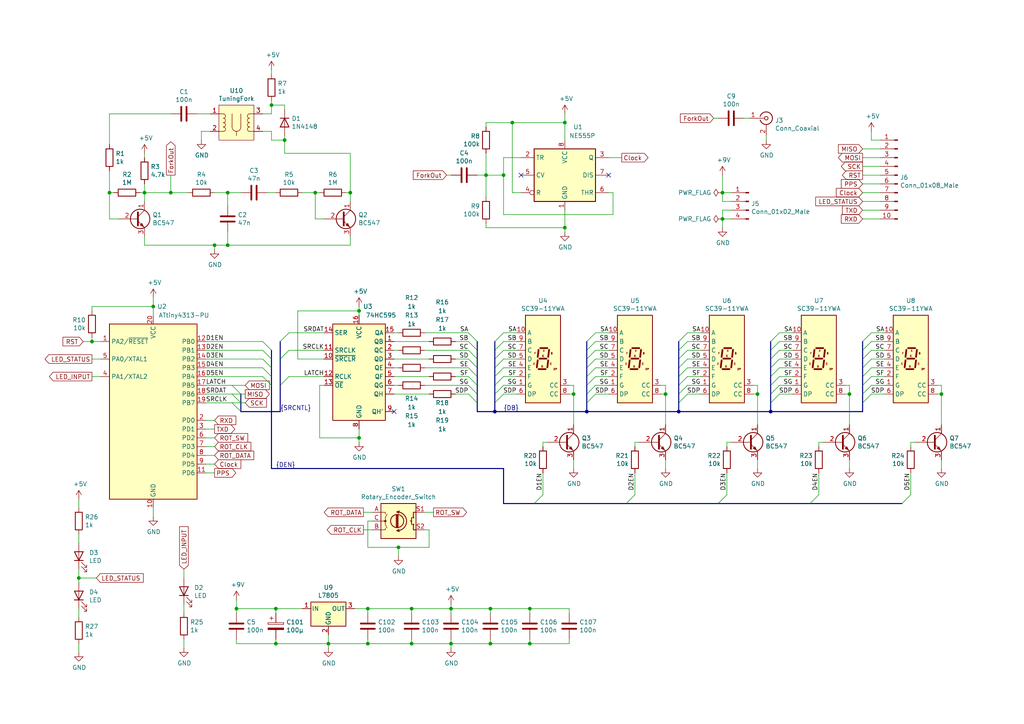
<source format=kicad_sch>
(kicad_sch (version 20211123) (generator eeschema)
  (paper "A4")
  (title_block (title "Tuning Fork Clock") (date "2020-05-23") (rev "r01") (company "Nuclear Lighthouse Studios") (comment 1 "CC BY-SA"))
  (bus_alias "SRCNTL" (members "SRDAT" "SRCLK" "LATCH"))
  (bus_alias "DB" (members "SDP" "SA" "SB" "SC" "SD" "SE" "SF" "SG"))
  (bus_alias "DEN" (members "D1EN" "D2EN" "D3EN" "D4EN" "D5EN"))
  (junction (at 130.81 186.69))
  (junction (at 104.14 90.17))
  (junction (at 106.68 186.69))
  (junction (at 68.58 176.53))
  (junction (at 153.67 186.69))
  (junction (at 66.04 55.88))
  (junction (at 142.24 176.53))
  (junction (at 101.6 55.88))
  (junction (at 78.74 30.48))
  (junction (at 166.37 114.3))
  (junction (at 26.67 99.06))
  (junction (at 119.38 176.53))
  (junction (at 62.23 71.12))
  (junction (at 148.59 35.56))
  (junction (at 106.68 176.53))
  (junction (at 246.38 114.3))
  (junction (at 44.45 88.9))
  (junction (at 143.51 119.38))
  (junction (at 273.05 114.3))
  (junction (at 153.67 176.53))
  (junction (at 22.86 167.64))
  (junction (at 95.25 186.69))
  (junction (at 82.55 40.64))
  (junction (at 130.81 176.53))
  (junction (at 80.01 186.69))
  (junction (at 163.83 66.04))
  (junction (at 119.38 186.69))
  (junction (at 140.97 50.8))
  (junction (at 115.57 158.75))
  (junction (at 91.44 55.88))
  (junction (at 49.53 55.88))
  (junction (at 223.52 119.38))
  (junction (at 104.14 127))
  (junction (at 146.05 50.8))
  (junction (at 41.91 55.88))
  (junction (at 163.83 35.56))
  (junction (at 170.18 119.38))
  (junction (at 193.04 114.3))
  (junction (at 66.04 71.12))
  (junction (at 209.55 63.5))
  (junction (at 80.01 176.53))
  (junction (at 196.85 119.38))
  (junction (at 219.71 114.3))
  (junction (at 31.75 55.88))
  (junction (at 209.55 55.88))
  (junction (at 142.24 186.69))
  (no_connect (at 114.3 119.38))
  (no_connect (at 151.13 50.8))
  (no_connect (at 176.53 50.8))
  (bus_entry (at 138.43 109.22) (size -2.54 -2.54))
  (bus_entry (at 196.85 106.68) (size 2.54 -2.54))
  (bus_entry (at 250.19 116.84) (size 2.54 -2.54))
  (bus_entry (at 138.43 116.84) (size -2.54 -2.54))
  (bus_entry (at 196.85 114.3) (size 2.54 -2.54))
  (bus_entry (at 250.19 104.14) (size 2.54 -2.54))
  (bus_entry (at 170.18 106.68) (size 2.54 -2.54))
  (bus_entry (at 250.19 99.06) (size 2.54 -2.54))
  (bus_entry (at 250.19 111.76) (size 2.54 -2.54))
  (bus_entry (at 250.19 114.3) (size 2.54 -2.54))
  (bus_entry (at 223.52 101.6) (size 2.54 -2.54))
  (bus_entry (at 138.43 101.6) (size -2.54 -2.54))
  (bus_entry (at 210.82 143.51) (size -2.54 2.54))
  (bus_entry (at 138.43 114.3) (size -2.54 -2.54))
  (bus_entry (at 143.51 101.6) (size 2.54 -2.54))
  (bus_entry (at 76.2 101.6) (size 2.54 2.54))
  (bus_entry (at 143.51 116.84) (size 2.54 -2.54))
  (bus_entry (at 143.51 106.68) (size 2.54 -2.54))
  (bus_entry (at 76.2 109.22) (size 2.54 2.54))
  (bus_entry (at 223.52 114.3) (size 2.54 -2.54))
  (bus_entry (at 143.51 109.22) (size 2.54 -2.54))
  (bus_entry (at 170.18 99.06) (size 2.54 -2.54))
  (bus_entry (at 143.51 104.14) (size 2.54 -2.54))
  (bus_entry (at 196.85 101.6) (size 2.54 -2.54))
  (bus_entry (at 196.85 109.22) (size 2.54 -2.54))
  (bus_entry (at 223.52 109.22) (size 2.54 -2.54))
  (bus_entry (at 76.2 104.14) (size 2.54 2.54))
  (bus_entry (at 223.52 106.68) (size 2.54 -2.54))
  (bus_entry (at 264.16 143.51) (size -2.54 2.54))
  (bus_entry (at 157.48 143.51) (size -2.54 2.54))
  (bus_entry (at 170.18 101.6) (size 2.54 -2.54))
  (bus_entry (at 170.18 104.14) (size 2.54 -2.54))
  (bus_entry (at 67.31 114.3) (size 2.54 2.54))
  (bus_entry (at 237.49 143.51) (size -2.54 2.54))
  (bus_entry (at 67.31 116.84) (size 2.54 2.54))
  (bus_entry (at 170.18 109.22) (size 2.54 -2.54))
  (bus_entry (at 250.19 101.6) (size 2.54 -2.54))
  (bus_entry (at 138.43 111.76) (size -2.54 -2.54))
  (bus_entry (at 76.2 99.06) (size 2.54 2.54))
  (bus_entry (at 196.85 99.06) (size 2.54 -2.54))
  (bus_entry (at 196.85 111.76) (size 2.54 -2.54))
  (bus_entry (at 138.43 106.68) (size -2.54 -2.54))
  (bus_entry (at 170.18 116.84) (size 2.54 -2.54))
  (bus_entry (at 250.19 109.22) (size 2.54 -2.54))
  (bus_entry (at 223.52 116.84) (size 2.54 -2.54))
  (bus_entry (at 143.51 99.06) (size 2.54 -2.54))
  (bus_entry (at 67.31 111.76) (size 2.54 2.54))
  (bus_entry (at 81.28 111.76) (size 2.54 -2.54))
  (bus_entry (at 196.85 104.14) (size 2.54 -2.54))
  (bus_entry (at 138.43 104.14) (size -2.54 -2.54))
  (bus_entry (at 223.52 99.06) (size 2.54 -2.54))
  (bus_entry (at 76.2 106.68) (size 2.54 2.54))
  (bus_entry (at 143.51 111.76) (size 2.54 -2.54))
  (bus_entry (at 184.15 143.51) (size -2.54 2.54))
  (bus_entry (at 170.18 114.3) (size 2.54 -2.54))
  (bus_entry (at 223.52 111.76) (size 2.54 -2.54))
  (bus_entry (at 196.85 116.84) (size 2.54 -2.54))
  (bus_entry (at 81.28 104.14) (size 2.54 -2.54))
  (bus_entry (at 223.52 104.14) (size 2.54 -2.54))
  (bus_entry (at 170.18 111.76) (size 2.54 -2.54))
  (bus_entry (at 138.43 99.06) (size -2.54 -2.54))
  (bus_entry (at 81.28 99.06) (size 2.54 -2.54))
  (bus_entry (at 250.19 106.68) (size 2.54 -2.54))
  (bus_entry (at 143.51 114.3) (size 2.54 -2.54))
  (wire (pts (xy 22.86 167.64) (xy 22.86 165.1)))
  (wire (pts (xy 172.72 109.22) (xy 176.53 109.22)))
  (bus (pts (xy 143.51 101.6) (xy 143.51 104.14)))
  (bus (pts (xy 138.43 99.06) (xy 138.43 101.6)))
  (bus (pts (xy 196.85 111.76) (xy 196.85 114.3)))
  (wire (pts (xy 77.47 55.88) (xy 80.01 55.88)))
  (bus (pts (xy 196.85 104.14) (xy 196.85 106.68)))
  (wire (pts (xy 218.44 111.76) (xy 219.71 111.76)))
  (wire (pts (xy 62.23 129.54) (xy 59.69 129.54)))
  (bus (pts (xy 154.94 146.05) (xy 181.61 146.05)))
  (wire (pts (xy 199.39 104.14) (xy 203.2 104.14)))
  (wire (pts (xy 106.68 186.69) (xy 119.38 186.69)))
  (wire (pts (xy 250.19 48.26) (xy 255.27 48.26)))
  (wire (pts (xy 80.01 176.53) (xy 68.58 176.53)))
  (wire (pts (xy 140.97 50.8) (xy 140.97 57.15)))
  (wire (pts (xy 59.69 101.6) (xy 76.2 101.6)))
  (wire (pts (xy 250.19 45.72) (xy 255.27 45.72)))
  (wire (pts (xy 106.68 176.53) (xy 106.68 177.8)))
  (wire (pts (xy 163.83 40.64) (xy 163.83 35.56)))
  (bus (pts (xy 223.52 99.06) (xy 223.52 101.6)))
  (wire (pts (xy 172.72 104.14) (xy 176.53 104.14)))
  (wire (pts (xy 76.2 38.1) (xy 78.74 38.1)))
  (wire (pts (xy 219.71 133.35) (xy 219.71 135.89)))
  (wire (pts (xy 209.55 63.5) (xy 209.55 60.96)))
  (wire (pts (xy 219.71 111.76) (xy 219.71 114.3)))
  (wire (pts (xy 123.19 106.68) (xy 135.89 106.68)))
  (wire (pts (xy 69.85 114.3) (xy 71.12 114.3)))
  (wire (pts (xy 219.71 114.3) (xy 218.44 114.3)))
  (wire (pts (xy 82.55 30.48) (xy 78.74 30.48)))
  (wire (pts (xy 146.05 99.06) (xy 149.86 99.06)))
  (bus (pts (xy 250.19 109.22) (xy 250.19 111.76)))
  (wire (pts (xy 22.86 147.32) (xy 22.86 144.78)))
  (wire (pts (xy 26.67 99.06) (xy 26.67 97.79)))
  (wire (pts (xy 22.86 186.69) (xy 22.86 189.23)))
  (wire (pts (xy 124.46 153.67) (xy 124.46 158.75)))
  (bus (pts (xy 196.85 116.84) (xy 196.85 119.38)))
  (wire (pts (xy 82.55 40.64) (xy 82.55 44.45)))
  (wire (pts (xy 31.75 33.02) (xy 49.53 33.02)))
  (wire (pts (xy 252.73 106.68) (xy 256.54 106.68)))
  (wire (pts (xy 53.34 165.1) (xy 53.34 167.64)))
  (wire (pts (xy 106.68 186.69) (xy 95.25 186.69)))
  (wire (pts (xy 199.39 114.3) (xy 203.2 114.3)))
  (bus (pts (xy 78.74 109.22) (xy 78.74 111.76)))
  (bus (pts (xy 196.85 109.22) (xy 196.85 111.76)))
  (wire (pts (xy 105.41 153.67) (xy 107.95 153.67)))
  (wire (pts (xy 176.53 55.88) (xy 177.8 55.88)))
  (wire (pts (xy 31.75 63.5) (xy 31.75 55.88)))
  (wire (pts (xy 31.75 55.88) (xy 33.02 55.88)))
  (wire (pts (xy 219.71 114.3) (xy 219.71 123.19)))
  (bus (pts (xy 250.19 116.84) (xy 250.19 119.38)))
  (wire (pts (xy 146.05 101.6) (xy 149.86 101.6)))
  (wire (pts (xy 252.73 111.76) (xy 256.54 111.76)))
  (wire (pts (xy 67.31 116.84) (xy 69.85 116.84)))
  (wire (pts (xy 255.27 53.34) (xy 250.19 53.34)))
  (wire (pts (xy 142.24 176.53) (xy 153.67 176.53)))
  (wire (pts (xy 132.08 104.14) (xy 135.89 104.14)))
  (wire (pts (xy 199.39 109.22) (xy 203.2 109.22)))
  (wire (pts (xy 41.91 71.12) (xy 41.91 68.58)))
  (wire (pts (xy 157.48 137.16) (xy 157.48 143.51)))
  (wire (pts (xy 59.69 132.08) (xy 62.23 132.08)))
  (wire (pts (xy 246.38 133.35) (xy 246.38 135.89)))
  (bus (pts (xy 223.52 106.68) (xy 223.52 109.22)))
  (wire (pts (xy 101.6 44.45) (xy 101.6 55.88)))
  (wire (pts (xy 114.3 104.14) (xy 124.46 104.14)))
  (wire (pts (xy 135.89 111.76) (xy 123.19 111.76)))
  (wire (pts (xy 104.14 90.17) (xy 104.14 91.44)))
  (wire (pts (xy 68.58 173.99) (xy 68.58 176.53)))
  (wire (pts (xy 66.04 71.12) (xy 66.04 67.31)))
  (wire (pts (xy 252.73 104.14) (xy 256.54 104.14)))
  (wire (pts (xy 148.59 35.56) (xy 163.83 35.56)))
  (wire (pts (xy 191.77 111.76) (xy 193.04 111.76)))
  (wire (pts (xy 114.3 109.22) (xy 124.46 109.22)))
  (bus (pts (xy 143.51 114.3) (xy 143.51 116.84)))
  (wire (pts (xy 226.06 109.22) (xy 229.87 109.22)))
  (wire (pts (xy 114.3 99.06) (xy 124.46 99.06)))
  (wire (pts (xy 163.83 66.04) (xy 163.83 67.31)))
  (wire (pts (xy 252.73 114.3) (xy 256.54 114.3)))
  (wire (pts (xy 226.06 111.76) (xy 229.87 111.76)))
  (wire (pts (xy 41.91 71.12) (xy 62.23 71.12)))
  (wire (pts (xy 153.67 176.53) (xy 165.1 176.53)))
  (bus (pts (xy 143.51 99.06) (xy 143.51 101.6)))
  (wire (pts (xy 78.74 30.48) (xy 78.74 33.02)))
  (wire (pts (xy 26.67 109.22) (xy 29.21 109.22)))
  (wire (pts (xy 208.28 34.29) (xy 207.01 34.29)))
  (wire (pts (xy 130.81 176.53) (xy 142.24 176.53)))
  (wire (pts (xy 140.97 66.04) (xy 163.83 66.04)))
  (wire (pts (xy 250.19 63.5) (xy 255.27 63.5)))
  (wire (pts (xy 255.27 43.18) (xy 250.19 43.18)))
  (wire (pts (xy 115.57 96.52) (xy 114.3 96.52)))
  (wire (pts (xy 130.81 176.53) (xy 130.81 177.8)))
  (bus (pts (xy 69.85 114.3) (xy 69.85 116.84)))
  (bus (pts (xy 81.28 104.14) (xy 81.28 111.76)))
  (wire (pts (xy 146.05 111.76) (xy 149.86 111.76)))
  (bus (pts (xy 181.61 146.05) (xy 208.28 146.05)))
  (wire (pts (xy 115.57 111.76) (xy 114.3 111.76)))
  (wire (pts (xy 41.91 44.45) (xy 41.91 45.72)))
  (wire (pts (xy 82.55 31.75) (xy 82.55 30.48)))
  (wire (pts (xy 172.72 96.52) (xy 176.53 96.52)))
  (wire (pts (xy 250.19 60.96) (xy 255.27 60.96)))
  (wire (pts (xy 199.39 111.76) (xy 203.2 111.76)))
  (wire (pts (xy 59.69 106.68) (xy 76.2 106.68)))
  (wire (pts (xy 83.82 101.6) (xy 93.98 101.6)))
  (wire (pts (xy 165.1 111.76) (xy 166.37 111.76)))
  (wire (pts (xy 146.05 45.72) (xy 146.05 50.8)))
  (wire (pts (xy 67.31 111.76) (xy 71.12 111.76)))
  (bus (pts (xy 146.05 146.05) (xy 146.05 135.89)))
  (wire (pts (xy 78.74 38.1) (xy 78.74 40.64)))
  (wire (pts (xy 273.05 114.3) (xy 273.05 123.19)))
  (wire (pts (xy 199.39 101.6) (xy 203.2 101.6)))
  (wire (pts (xy 119.38 176.53) (xy 130.81 176.53)))
  (wire (pts (xy 130.81 185.42) (xy 130.81 186.69)))
  (wire (pts (xy 163.83 33.02) (xy 163.83 35.56)))
  (wire (pts (xy 246.38 114.3) (xy 245.11 114.3)))
  (bus (pts (xy 138.43 104.14) (xy 138.43 106.68)))
  (wire (pts (xy 132.08 99.06) (xy 135.89 99.06)))
  (wire (pts (xy 87.63 55.88) (xy 91.44 55.88)))
  (wire (pts (xy 209.55 66.04) (xy 209.55 63.5)))
  (wire (pts (xy 226.06 114.3) (xy 229.87 114.3)))
  (bus (pts (xy 138.43 101.6) (xy 138.43 104.14)))
  (wire (pts (xy 210.82 128.27) (xy 210.82 129.54)))
  (wire (pts (xy 264.16 128.27) (xy 265.43 128.27)))
  (wire (pts (xy 148.59 55.88) (xy 148.59 35.56)))
  (wire (pts (xy 264.16 137.16) (xy 264.16 143.51)))
  (wire (pts (xy 115.57 161.29) (xy 115.57 158.75)))
  (wire (pts (xy 82.55 40.64) (xy 82.55 39.37)))
  (wire (pts (xy 80.01 185.42) (xy 80.01 186.69)))
  (wire (pts (xy 184.15 128.27) (xy 185.42 128.27)))
  (bus (pts (xy 138.43 116.84) (xy 138.43 119.38)))
  (wire (pts (xy 86.36 90.17) (xy 86.36 104.14)))
  (wire (pts (xy 102.87 176.53) (xy 106.68 176.53)))
  (wire (pts (xy 41.91 53.34) (xy 41.91 55.88)))
  (bus (pts (xy 143.51 104.14) (xy 143.51 106.68)))
  (wire (pts (xy 130.81 175.26) (xy 130.81 176.53)))
  (wire (pts (xy 209.55 50.8) (xy 209.55 55.88)))
  (wire (pts (xy 62.23 124.46) (xy 59.69 124.46)))
  (wire (pts (xy 59.69 104.14) (xy 76.2 104.14)))
  (wire (pts (xy 193.04 133.35) (xy 193.04 135.89)))
  (bus (pts (xy 78.74 111.76) (xy 78.74 135.89)))
  (wire (pts (xy 53.34 175.26) (xy 53.34 177.8)))
  (wire (pts (xy 31.75 63.5) (xy 34.29 63.5)))
  (wire (pts (xy 226.06 101.6) (xy 229.87 101.6)))
  (wire (pts (xy 78.74 29.21) (xy 78.74 30.48)))
  (wire (pts (xy 62.23 55.88) (xy 66.04 55.88)))
  (wire (pts (xy 76.2 33.02) (xy 78.74 33.02)))
  (wire (pts (xy 78.74 40.64) (xy 82.55 40.64)))
  (wire (pts (xy 66.04 55.88) (xy 69.85 55.88)))
  (wire (pts (xy 246.38 111.76) (xy 246.38 114.3)))
  (wire (pts (xy 92.71 127) (xy 104.14 127)))
  (wire (pts (xy 22.86 176.53) (xy 22.86 179.07)))
  (bus (pts (xy 138.43 114.3) (xy 138.43 116.84)))
  (bus (pts (xy 69.85 116.84) (xy 69.85 119.38)))
  (bus (pts (xy 143.51 116.84) (xy 143.51 119.38)))
  (wire (pts (xy 106.68 151.13) (xy 106.68 158.75)))
  (wire (pts (xy 53.34 185.42) (xy 53.34 187.96)))
  (wire (pts (xy 199.39 106.68) (xy 203.2 106.68)))
  (wire (pts (xy 27.94 167.64) (xy 22.86 167.64)))
  (bus (pts (xy 196.85 114.3) (xy 196.85 116.84)))
  (wire (pts (xy 115.57 106.68) (xy 114.3 106.68)))
  (wire (pts (xy 209.55 58.42) (xy 209.55 55.88)))
  (bus (pts (xy 170.18 119.38) (xy 196.85 119.38)))
  (bus (pts (xy 250.19 106.68) (xy 250.19 109.22)))
  (wire (pts (xy 93.98 111.76) (xy 92.71 111.76)))
  (wire (pts (xy 153.67 186.69) (xy 165.1 186.69)))
  (wire (pts (xy 105.41 148.59) (xy 107.95 148.59)))
  (wire (pts (xy 106.68 185.42) (xy 106.68 186.69)))
  (wire (pts (xy 59.69 116.84) (xy 67.31 116.84)))
  (wire (pts (xy 237.49 137.16) (xy 237.49 143.51)))
  (wire (pts (xy 193.04 111.76) (xy 193.04 114.3)))
  (bus (pts (xy 81.28 99.06) (xy 81.28 104.14)))
  (bus (pts (xy 170.18 99.06) (xy 170.18 101.6)))
  (wire (pts (xy 172.72 101.6) (xy 176.53 101.6)))
  (wire (pts (xy 22.86 167.64) (xy 22.86 168.91)))
  (wire (pts (xy 69.85 116.84) (xy 71.12 116.84)))
  (wire (pts (xy 59.69 134.62) (xy 62.23 134.62)))
  (wire (pts (xy 31.75 41.91) (xy 31.75 33.02)))
  (bus (pts (xy 234.95 146.05) (xy 261.62 146.05)))
  (wire (pts (xy 101.6 71.12) (xy 101.6 68.58)))
  (bus (pts (xy 78.74 106.68) (xy 78.74 109.22)))
  (wire (pts (xy 273.05 133.35) (xy 273.05 135.89)))
  (wire (pts (xy 101.6 55.88) (xy 101.6 58.42)))
  (wire (pts (xy 250.19 50.8) (xy 255.27 50.8)))
  (bus (pts (xy 250.19 104.14) (xy 250.19 106.68)))
  (wire (pts (xy 176.53 45.72) (xy 180.34 45.72)))
  (wire (pts (xy 115.57 101.6) (xy 114.3 101.6)))
  (wire (pts (xy 264.16 128.27) (xy 264.16 129.54)))
  (wire (pts (xy 273.05 111.76) (xy 273.05 114.3)))
  (wire (pts (xy 40.64 55.88) (xy 41.91 55.88)))
  (bus (pts (xy 196.85 106.68) (xy 196.85 109.22)))
  (wire (pts (xy 172.72 99.06) (xy 176.53 99.06)))
  (wire (pts (xy 142.24 186.69) (xy 130.81 186.69)))
  (wire (pts (xy 91.44 63.5) (xy 91.44 55.88)))
  (wire (pts (xy 106.68 176.53) (xy 119.38 176.53)))
  (wire (pts (xy 58.42 38.1) (xy 60.96 38.1)))
  (wire (pts (xy 193.04 114.3) (xy 191.77 114.3)))
  (bus (pts (xy 81.28 111.76) (xy 81.28 119.38)))
  (wire (pts (xy 66.04 71.12) (xy 101.6 71.12)))
  (wire (pts (xy 31.75 49.53) (xy 31.75 55.88)))
  (wire (pts (xy 140.97 44.45) (xy 140.97 50.8)))
  (wire (pts (xy 104.14 127) (xy 104.14 128.27)))
  (wire (pts (xy 49.53 55.88) (xy 49.53 50.8)))
  (bus (pts (xy 138.43 111.76) (xy 138.43 114.3)))
  (wire (pts (xy 250.19 58.42) (xy 255.27 58.42)))
  (wire (pts (xy 184.15 137.16) (xy 184.15 143.51)))
  (wire (pts (xy 252.73 38.1) (xy 252.73 40.64)))
  (wire (pts (xy 87.63 176.53) (xy 80.01 176.53)))
  (wire (pts (xy 226.06 104.14) (xy 229.87 104.14)))
  (bus (pts (xy 170.18 106.68) (xy 170.18 109.22)))
  (wire (pts (xy 252.73 101.6) (xy 256.54 101.6)))
  (wire (pts (xy 209.55 60.96) (xy 212.09 60.96)))
  (wire (pts (xy 177.8 55.88) (xy 177.8 62.23)))
  (wire (pts (xy 166.37 133.35) (xy 166.37 135.89)))
  (wire (pts (xy 132.08 109.22) (xy 135.89 109.22)))
  (bus (pts (xy 223.52 109.22) (xy 223.52 111.76)))
  (wire (pts (xy 59.69 111.76) (xy 67.31 111.76)))
  (wire (pts (xy 146.05 50.8) (xy 140.97 50.8)))
  (wire (pts (xy 119.38 186.69) (xy 130.81 186.69)))
  (wire (pts (xy 172.72 106.68) (xy 176.53 106.68)))
  (wire (pts (xy 24.13 99.06) (xy 26.67 99.06)))
  (wire (pts (xy 184.15 128.27) (xy 184.15 129.54)))
  (wire (pts (xy 59.69 114.3) (xy 67.31 114.3)))
  (wire (pts (xy 237.49 128.27) (xy 237.49 129.54)))
  (wire (pts (xy 26.67 99.06) (xy 29.21 99.06)))
  (bus (pts (xy 250.19 114.3) (xy 250.19 116.84)))
  (wire (pts (xy 271.78 111.76) (xy 273.05 111.76)))
  (wire (pts (xy 119.38 176.53) (xy 119.38 177.8)))
  (bus (pts (xy 146.05 146.05) (xy 154.94 146.05)))
  (bus (pts (xy 146.05 135.89) (xy 78.74 135.89)))
  (bus (pts (xy 250.19 101.6) (xy 250.19 104.14)))
  (wire (pts (xy 163.83 66.04) (xy 163.83 60.96)))
  (wire (pts (xy 59.69 99.06) (xy 76.2 99.06)))
  (wire (pts (xy 165.1 186.69) (xy 165.1 185.42)))
  (wire (pts (xy 140.97 36.83) (xy 140.97 35.56)))
  (wire (pts (xy 142.24 186.69) (xy 153.67 186.69)))
  (wire (pts (xy 67.31 114.3) (xy 69.85 114.3)))
  (wire (pts (xy 80.01 176.53) (xy 80.01 177.8)))
  (wire (pts (xy 80.01 186.69) (xy 68.58 186.69)))
  (wire (pts (xy 138.43 50.8) (xy 140.97 50.8)))
  (wire (pts (xy 119.38 185.42) (xy 119.38 186.69)))
  (wire (pts (xy 172.72 114.3) (xy 176.53 114.3)))
  (wire (pts (xy 215.9 34.29) (xy 217.17 34.29)))
  (wire (pts (xy 44.45 88.9) (xy 44.45 91.44)))
  (bus (pts (xy 250.19 99.06) (xy 250.19 101.6)))
  (wire (pts (xy 59.69 121.92) (xy 62.23 121.92)))
  (wire (pts (xy 142.24 176.53) (xy 142.24 177.8)))
  (bus (pts (xy 250.19 111.76) (xy 250.19 114.3)))
  (wire (pts (xy 62.23 71.12) (xy 66.04 71.12)))
  (bus (pts (xy 223.52 116.84) (xy 223.52 119.38)))
  (wire (pts (xy 26.67 90.17) (xy 26.67 88.9)))
  (wire (pts (xy 41.91 55.88) (xy 41.91 58.42)))
  (wire (pts (xy 54.61 55.88) (xy 49.53 55.88)))
  (wire (pts (xy 210.82 137.16) (xy 210.82 143.51)))
  (wire (pts (xy 252.73 99.06) (xy 256.54 99.06)))
  (bus (pts (xy 170.18 101.6) (xy 170.18 104.14)))
  (wire (pts (xy 22.86 157.48) (xy 22.86 154.94)))
  (wire (pts (xy 212.09 58.42) (xy 209.55 58.42)))
  (bus (pts (xy 138.43 119.38) (xy 143.51 119.38)))
  (wire (pts (xy 44.45 147.32) (xy 44.45 149.86)))
  (wire (pts (xy 104.14 88.9) (xy 104.14 90.17)))
  (wire (pts (xy 93.98 109.22) (xy 83.82 109.22)))
  (wire (pts (xy 100.33 55.88) (xy 101.6 55.88)))
  (wire (pts (xy 106.68 151.13) (xy 107.95 151.13)))
  (wire (pts (xy 209.55 55.88) (xy 212.09 55.88)))
  (wire (pts (xy 222.25 39.37) (xy 222.25 40.64)))
  (wire (pts (xy 115.57 158.75) (xy 124.46 158.75)))
  (wire (pts (xy 146.05 96.52) (xy 149.86 96.52)))
  (bus (pts (xy 223.52 114.3) (xy 223.52 116.84)))
  (wire (pts (xy 26.67 104.14) (xy 29.21 104.14)))
  (wire (pts (xy 78.74 20.32) (xy 78.74 21.59)))
  (bus (pts (xy 170.18 109.22) (xy 170.18 111.76)))
  (wire (pts (xy 226.06 106.68) (xy 229.87 106.68)))
  (wire (pts (xy 177.8 62.23) (xy 146.05 62.23)))
  (wire (pts (xy 62.23 71.12) (xy 62.23 72.39)))
  (wire (pts (xy 95.25 186.69) (xy 95.25 187.96)))
  (wire (pts (xy 245.11 111.76) (xy 246.38 111.76)))
  (wire (pts (xy 93.98 96.52) (xy 83.82 96.52)))
  (bus (pts (xy 223.52 111.76) (xy 223.52 114.3)))
  (wire (pts (xy 123.19 148.59) (xy 125.73 148.59)))
  (wire (pts (xy 210.82 128.27) (xy 212.09 128.27)))
  (wire (pts (xy 59.69 109.22) (xy 76.2 109.22)))
  (wire (pts (xy 166.37 114.3) (xy 166.37 123.19)))
  (bus (pts (xy 69.85 119.38) (xy 81.28 119.38)))
  (bus (pts (xy 138.43 109.22) (xy 138.43 111.76)))
  (wire (pts (xy 146.05 106.68) (xy 149.86 106.68)))
  (wire (pts (xy 106.68 158.75) (xy 115.57 158.75)))
  (wire (pts (xy 86.36 104.14) (xy 93.98 104.14)))
  (bus (pts (xy 143.51 106.68) (xy 143.51 109.22)))
  (wire (pts (xy 226.06 99.06) (xy 229.87 99.06)))
  (wire (pts (xy 95.25 186.69) (xy 95.25 184.15)))
  (wire (pts (xy 140.97 64.77) (xy 140.97 66.04)))
  (bus (pts (xy 196.85 101.6) (xy 196.85 104.14)))
  (wire (pts (xy 62.23 137.16) (xy 59.69 137.16)))
  (wire (pts (xy 165.1 176.53) (xy 165.1 177.8)))
  (bus (pts (xy 223.52 119.38) (xy 250.19 119.38)))
  (wire (pts (xy 252.73 109.22) (xy 256.54 109.22)))
  (wire (pts (xy 250.19 55.88) (xy 255.27 55.88)))
  (wire (pts (xy 123.19 101.6) (xy 135.89 101.6)))
  (wire (pts (xy 252.73 96.52) (xy 256.54 96.52)))
  (bus (pts (xy 208.28 146.05) (xy 234.95 146.05)))
  (bus (pts (xy 170.18 114.3) (xy 170.18 116.84)))
  (wire (pts (xy 237.49 128.27) (xy 238.76 128.27)))
  (wire (pts (xy 273.05 114.3) (xy 271.78 114.3)))
  (wire (pts (xy 104.14 127) (xy 104.14 124.46)))
  (wire (pts (xy 104.14 90.17) (xy 86.36 90.17)))
  (wire (pts (xy 91.44 55.88) (xy 92.71 55.88)))
  (wire (pts (xy 226.06 96.52) (xy 229.87 96.52)))
  (wire (pts (xy 59.69 127) (xy 62.23 127)))
  (wire (pts (xy 151.13 55.88) (xy 148.59 55.88)))
  (wire (pts (xy 92.71 111.76) (xy 92.71 127)))
  (wire (pts (xy 129.54 50.8) (xy 130.81 50.8)))
  (bus (pts (xy 78.74 104.14) (xy 78.74 106.68)))
  (wire (pts (xy 199.39 99.06) (xy 203.2 99.06)))
  (wire (pts (xy 114.3 114.3) (xy 124.46 114.3)))
  (wire (pts (xy 82.55 44.45) (xy 101.6 44.45)))
  (bus (pts (xy 170.18 116.84) (xy 170.18 119.38)))
  (bus (pts (xy 143.51 111.76) (xy 143.51 114.3)))
  (wire (pts (xy 49.53 55.88) (xy 41.91 55.88)))
  (wire (pts (xy 123.19 153.67) (xy 124.46 153.67)))
  (bus (pts (xy 196.85 99.06) (xy 196.85 101.6)))
  (bus (pts (xy 170.18 104.14) (xy 170.18 106.68)))
  (wire (pts (xy 146.05 114.3) (xy 149.86 114.3)))
  (wire (pts (xy 157.48 128.27) (xy 158.75 128.27)))
  (wire (pts (xy 157.48 128.27) (xy 157.48 129.54)))
  (wire (pts (xy 252.73 40.64) (xy 255.27 40.64)))
  (wire (pts (xy 166.37 111.76) (xy 166.37 114.3)))
  (wire (pts (xy 58.42 40.64) (xy 58.42 38.1)))
  (wire (pts (xy 153.67 186.69) (xy 153.67 185.42)))
  (bus (pts (xy 223.52 101.6) (xy 223.52 104.14)))
  (wire (pts (xy 135.89 114.3) (xy 132.08 114.3)))
  (wire (pts (xy 146.05 62.23) (xy 146.05 50.8)))
  (wire (pts (xy 199.39 96.52) (xy 203.2 96.52)))
  (bus (pts (xy 138.43 106.68) (xy 138.43 109.22)))
  (wire (pts (xy 93.98 63.5) (xy 91.44 63.5)))
  (wire (pts (xy 172.72 111.76) (xy 176.53 111.76)))
  (wire (pts (xy 151.13 45.72) (xy 146.05 45.72)))
  (wire (pts (xy 26.67 88.9) (xy 44.45 88.9)))
  (bus (pts (xy 196.85 119.38) (xy 223.52 119.38)))
  (wire (pts (xy 80.01 186.69) (xy 95.25 186.69)))
  (bus (pts (xy 223.52 104.14) (xy 223.52 106.68)))
  (wire (pts (xy 68.58 186.69) (xy 68.58 185.42)))
  (wire (pts (xy 209.55 63.5) (xy 212.09 63.5)))
  (bus (pts (xy 78.74 101.6) (xy 78.74 104.14)))
  (wire (pts (xy 68.58 176.53) (xy 68.58 177.8)))
  (wire (pts (xy 193.04 114.3) (xy 193.04 123.19)))
  (wire (pts (xy 146.05 109.22) (xy 149.86 109.22)))
  (wire (pts (xy 142.24 185.42) (xy 142.24 186.69)))
  (wire (pts (xy 123.19 96.52) (xy 135.89 96.52)))
  (wire (pts (xy 66.04 59.69) (xy 66.04 55.88)))
  (wire (pts (xy 153.67 176.53) (xy 153.67 177.8)))
  (wire (pts (xy 130.81 186.69) (xy 130.81 187.96)))
  (wire (pts (xy 246.38 114.3) (xy 246.38 123.19)))
  (wire (pts (xy 140.97 35.56) (xy 148.59 35.56)))
  (wire (pts (xy 57.15 33.02) (xy 60.96 33.02)))
  (wire (pts (xy 166.37 114.3) (xy 165.1 114.3)))
  (bus (pts (xy 143.51 109.22) (xy 143.51 111.76)))
  (bus (pts (xy 170.18 111.76) (xy 170.18 114.3)))
  (wire (pts (xy 146.05 104.14) (xy 149.86 104.14)))
  (wire (pts (xy 44.45 86.36) (xy 44.45 88.9)))
  (bus (pts (xy 143.51 119.38) (xy 170.18 119.38)))
  (label "SF" (at 135.89 109.22 180))
  (label "SA" (at 149.86 96.52 180))
  (label "SC" (at 203.2 101.6 180))
  (label "SF" (at 203.2 109.22 180))
  (label "SB" (at 256.54 99.06 180))
  (label "SG" (at 256.54 111.76 180))
  (label "SE" (at 149.86 106.68 180))
  (label "D4EN" (at 59.69 106.68 0))
  (label "SDP" (at 135.89 114.3 180))
  (label "SE" (at 229.87 106.68 180))
  (label "SB" (at 176.53 99.06 180))
  (label "SE" (at 176.53 106.68 180))
  (label "SB" (at 203.2 99.06 180))
  (label "SA" (at 176.53 96.52 180))
  (label "SF" (at 149.86 109.22 180))
  (label "D5EN" (at 264.16 137.16 270))
  (label "D3EN" (at 59.69 104.14 0))
  (label "SC" (at 229.87 101.6 180))
  (label "SA" (at 203.2 96.52 180))
  (label "SRCLK" (at 59.69 116.84 0))
  (label "SD" (at 256.54 104.14 180))
  (label "SD" (at 149.86 104.14 180))
  (label "SB" (at 149.86 99.06 180))
  (label "SRDAT" (at 93.98 96.52 180))
  (label "LATCH" (at 93.98 109.22 180))
  (label "SRDAT" (at 59.69 114.3 0))
  (label "SDP" (at 256.54 114.3 180))
  (label "SDP" (at 176.53 114.3 180))
  (label "SA" (at 256.54 96.52 180))
  (label "{SRCNTL}" (at 81.28 119.38 0))
  (label "SF" (at 256.54 109.22 180))
  (label "SDP" (at 203.2 114.3 180))
  (label "SD" (at 135.89 104.14 180))
  (label "SDP" (at 229.87 114.3 180))
  (label "SA" (at 229.87 96.52 180))
  (label "SC" (at 176.53 101.6 180))
  (label "SB" (at 135.89 99.06 180))
  (label "SRCLK" (at 93.98 101.6 180))
  (label "LATCH" (at 59.69 111.76 0))
  (label "{DEN}" (at 80.01 135.89 0))
  (label "SG" (at 135.89 111.76 180))
  (label "SD" (at 203.2 104.14 180))
  (label "D1EN" (at 157.48 137.16 270))
  (label "SC" (at 135.89 101.6 180))
  (label "SG" (at 176.53 111.76 180))
  (label "D1EN" (at 59.69 99.06 0))
  (label "SE" (at 135.89 106.68 180))
  (label "SA" (at 135.89 96.52 180))
  (label "SB" (at 229.87 99.06 180))
  (label "D5EN" (at 59.69 109.22 0))
  (label "SD" (at 176.53 104.14 180))
  (label "D2EN" (at 184.15 137.16 270))
  (label "SE" (at 203.2 106.68 180))
  (label "SD" (at 229.87 104.14 180))
  (label "SDP" (at 149.86 114.3 180))
  (label "D3EN" (at 210.82 137.16 270))
  (label "SE" (at 256.54 106.68 180))
  (label "SG" (at 203.2 111.76 180))
  (label "SF" (at 229.87 109.22 180))
  (label "{DB}" (at 146.05 119.38 0))
  (label "D4EN" (at 237.49 137.16 270))
  (label "SG" (at 229.87 111.76 180))
  (label "D2EN" (at 59.69 101.6 0))
  (label "SG" (at 149.86 111.76 180))
  (label "SF" (at 176.53 109.22 180))
  (label "SC" (at 256.54 101.6 180))
  (label "SC" (at 149.86 101.6 180))
  (global_label "LED_INPUT" (shape output) (at 26.67 109.22 180) (property "Intersheet References" "${INTERSHEET_REFS}" (effects hide)))
  (global_label "RXD" (shape input) (at 62.23 121.92 0) (property "Intersheet References" "${INTERSHEET_REFS}" (effects hide)))
  (global_label "Clock" (shape output) (at 180.34 45.72 0) (property "Intersheet References" "${INTERSHEET_REFS}" (effects hide)))
  (global_label "ForkOut" (shape output) (at 49.53 50.8 90) (property "Intersheet References" "${INTERSHEET_REFS}" (effects hide)))
  (global_label "ForkOut" (shape input) (at 129.54 50.8 180) (property "Intersheet References" "${INTERSHEET_REFS}" (effects hide)))
  (global_label "RXD" (shape input) (at 250.19 63.5 180) (property "Intersheet References" "${INTERSHEET_REFS}" (effects hide)))
  (global_label "RST" (shape input) (at 24.13 99.06 180) (property "Intersheet References" "${INTERSHEET_REFS}" (effects hide)))
  (global_label "PPS" (shape input) (at 250.19 53.34 180) (property "Intersheet References" "${INTERSHEET_REFS}" (effects hide)))
  (global_label "ROT_SW" (shape input) (at 62.23 127 0) (property "Intersheet References" "${INTERSHEET_REFS}" (effects hide)))
  (global_label "MOSI" (shape input) (at 71.12 111.76 0) (property "Intersheet References" "${INTERSHEET_REFS}" (effects hide)))
  (global_label "Clock" (shape input) (at 250.19 55.88 180) (property "Intersheet References" "${INTERSHEET_REFS}" (effects hide)))
  (global_label "SCK" (shape output) (at 250.19 48.26 180) (property "Intersheet References" "${INTERSHEET_REFS}" (effects hide)))
  (global_label "ROT_CLK" (shape output) (at 105.41 153.67 180) (property "Intersheet References" "${INTERSHEET_REFS}" (effects hide)))
  (global_label "TXD" (shape input) (at 250.19 60.96 180) (property "Intersheet References" "${INTERSHEET_REFS}" (effects hide)))
  (global_label "ROT_DATA" (shape output) (at 105.41 148.59 180) (property "Intersheet References" "${INTERSHEET_REFS}" (effects hide)))
  (global_label "RST" (shape output) (at 250.19 50.8 180) (property "Intersheet References" "${INTERSHEET_REFS}" (effects hide)))
  (global_label "SCK" (shape input) (at 71.12 116.84 0) (property "Intersheet References" "${INTERSHEET_REFS}" (effects hide)))
  (global_label "LED_STATUS" (shape output) (at 26.67 104.14 180) (property "Intersheet References" "${INTERSHEET_REFS}" (effects hide)))
  (global_label "PPS" (shape output) (at 62.23 137.16 0) (property "Intersheet References" "${INTERSHEET_REFS}" (effects hide)))
  (global_label "LED_STATUS" (shape input) (at 250.19 58.42 180) (property "Intersheet References" "${INTERSHEET_REFS}" (effects hide)))
  (global_label "LED_INPUT" (shape input) (at 53.34 165.1 90) (property "Intersheet References" "${INTERSHEET_REFS}" (effects hide)))
  (global_label "ROT_SW" (shape output) (at 125.73 148.59 0) (property "Intersheet References" "${INTERSHEET_REFS}" (effects hide)))
  (global_label "LED_STATUS" (shape input) (at 27.94 167.64 0) (property "Intersheet References" "${INTERSHEET_REFS}" (effects hide)))
  (global_label "ForkOut" (shape input) (at 207.01 34.29 180) (property "Intersheet References" "${INTERSHEET_REFS}" (effects hide)))
  (global_label "TXD" (shape output) (at 62.23 124.46 0) (property "Intersheet References" "${INTERSHEET_REFS}" (effects hide)))
  (global_label "Clock" (shape input) (at 62.23 134.62 0) (property "Intersheet References" "${INTERSHEET_REFS}" (effects hide)))
  (global_label "MOSI" (shape output) (at 250.19 45.72 180) (property "Intersheet References" "${INTERSHEET_REFS}" (effects hide)))
  (global_label "ROT_CLK" (shape input) (at 62.23 129.54 0) (property "Intersheet References" "${INTERSHEET_REFS}" (effects hide)))
  (global_label "MISO" (shape output) (at 71.12 114.3 0) (property "Intersheet References" "${INTERSHEET_REFS}" (effects hide)))
  (global_label "MISO" (shape input) (at 250.19 43.18 180) (property "Intersheet References" "${INTERSHEET_REFS}" (effects hide)))
  (global_label "ROT_DATA" (shape input) (at 62.23 132.08 0) (property "Intersheet References" "${INTERSHEET_REFS}" (effects hide)))
  (symbol (lib_id "power:GND") (at 62.23 72.39 0) (unit 1)
    (property "Reference" "#PWR0101" (effects hide))
    (property "Value" "GND" (at 62.357 76.7842 0))
  )
  (symbol (lib_id "Device:C") (at 53.34 33.02 270) (unit 1)
    (property "Reference" "C1" (at 53.34 26.6192 90))
    (property "Value" "100n" (at 53.34 28.9306 90))
    (property "Footprint" "Capacitor_THT:C_Disc_D4.3mm_W1.9mm_P5.00mm" (effects hide))
  )
  (symbol (lib_id "Diode:1N4148") (at 82.55 35.56 90) (mirror x) (unit 1)
    (property "Reference" "D1" (at 84.5566 34.3916 90) (effects (justify right)))
    (property "Value" "1N4148" (at 84.5566 36.703 90) (effects (justify right)))
    (property "Footprint" "Diode_THT:D_DO-35_SOD27_P7.62mm_Horizontal" (effects hide))
    (property "Datasheet" "https://assets.nexperia.com/documents/data-sheet/1N4148_1N4448.pdf" (effects hide))
  )
  (symbol (lib_id "Device:R") (at 78.74 25.4 0) (unit 1)
    (property "Reference" "R7" (at 80.518 24.2316 0) (effects (justify left)))
    (property "Value" "1k" (at 80.518 26.543 0) (effects (justify left)))
    (property "Footprint" "Resistor_THT:R_Axial_DIN0207_L6.3mm_D2.5mm_P10.16mm_Horizontal" (effects hide))
  )
  (symbol (lib_id "Transistor_BJT:BC547") (at 39.37 63.5 0) (unit 1)
    (property "Reference" "Q1" (at 44.2214 62.3316 0) (effects (justify left)))
    (property "Value" "BC547" (at 44.2214 64.643 0) (effects (justify left)))
    (property "Footprint" "Package_TO_SOT_THT:TO-92_Wide" (effects hide))
    (property "Datasheet" "http://www.fairchildsemi.com/ds/BC/BC547.pdf" (effects hide))
  )
  (symbol (lib_id "Transistor_BJT:BC547") (at 99.06 63.5 0) (unit 1)
    (property "Reference" "Q2" (at 103.9114 62.3316 0) (effects (justify left)))
    (property "Value" "BC547" (at 103.9114 64.643 0) (effects (justify left)))
    (property "Footprint" "Package_TO_SOT_THT:TO-92_Wide" (effects hide))
    (property "Datasheet" "http://www.fairchildsemi.com/ds/BC/BC547.pdf" (effects hide))
  )
  (symbol (lib_id "Device:R") (at 31.75 45.72 180) (unit 1)
    (property "Reference" "R1" (at 33.528 44.5516 0) (effects (justify right)))
    (property "Value" "1k" (at 33.528 46.863 0) (effects (justify right)))
    (property "Footprint" "Resistor_THT:R_Axial_DIN0207_L6.3mm_D2.5mm_P10.16mm_Horizontal" (effects hide))
  )
  (symbol (lib_id "Device:R") (at 41.91 49.53 180) (unit 1)
    (property "Reference" "R3" (at 43.688 48.3616 0) (effects (justify right)))
    (property "Value" "4.7k" (at 43.688 50.673 0) (effects (justify right)))
    (property "Footprint" "Resistor_THT:R_Axial_DIN0207_L6.3mm_D2.5mm_P10.16mm_Horizontal" (effects hide))
  )
  (symbol (lib_id "Device:R") (at 36.83 55.88 90) (unit 1)
    (property "Reference" "R2" (at 36.83 50.6222 90))
    (property "Value" "1M" (at 36.83 52.9336 90))
    (property "Footprint" "Resistor_THT:R_Axial_DIN0207_L6.3mm_D2.5mm_P10.16mm_Horizontal" (effects hide))
  )
  (symbol (lib_id "Device:R") (at 96.52 55.88 90) (unit 1)
    (property "Reference" "R6" (at 96.52 50.6222 90))
    (property "Value" "1M" (at 96.52 52.9336 90))
    (property "Footprint" "Resistor_THT:R_Axial_DIN0207_L6.3mm_D2.5mm_P10.16mm_Horizontal" (effects hide))
  )
  (symbol (lib_id "Device:R") (at 58.42 55.88 270) (unit 1)
    (property "Reference" "R4" (at 58.42 50.6222 90))
    (property "Value" "10k" (at 58.42 52.9336 90))
    (property "Footprint" "Resistor_THT:R_Axial_DIN0207_L6.3mm_D2.5mm_P10.16mm_Horizontal" (effects hide))
  )
  (symbol (lib_id "Device:C") (at 66.04 63.5 0) (unit 1)
    (property "Reference" "C2" (at 68.961 62.3316 0) (effects (justify left)))
    (property "Value" "47n" (at 68.961 64.643 0) (effects (justify left)))
    (property "Footprint" "Capacitor_THT:C_Disc_D4.3mm_W1.9mm_P5.00mm" (effects hide))
  )
  (symbol (lib_id "Device:C") (at 73.66 55.88 270) (unit 1)
    (property "Reference" "C3" (at 73.66 49.4792 90))
    (property "Value" "47n" (at 73.66 51.7906 90))
    (property "Footprint" "Capacitor_THT:C_Disc_D4.3mm_W1.9mm_P5.00mm" (effects hide))
  )
  (symbol (lib_id "Device:R") (at 83.82 55.88 270) (unit 1)
    (property "Reference" "R5" (at 83.82 50.6222 90))
    (property "Value" "10k" (at 83.82 52.9336 90))
    (property "Footprint" "Resistor_THT:R_Axial_DIN0207_L6.3mm_D2.5mm_P10.16mm_Horizontal" (effects hide))
  )
  (symbol (lib_id "Tuning Fork Clock:TuningFork") (at 68.58 35.56 0) (unit 1)
    (property "Reference" "U10" (at 68.58 26.289 0))
    (property "Value" "TuningFork" (at 68.58 28.6004 0))
    (property "Footprint" "Tuning Fork Clock:Tuning Fork" (effects hide))
  )
  (symbol (lib_id "power:+9V") (at 209.55 50.8 0) (unit 1)
    (property "Reference" "#PWR015" (effects hide))
    (property "Value" "+9V" (at 209.931 46.4058 0))
  )
  (symbol (lib_id "Regulator_Linear:L7805") (at 95.25 176.53 0) (unit 1)
    (property "Reference" "U9" (at 95.25 170.3832 0))
    (property "Value" "L7805" (at 95.25 172.6946 0))
    (property "Footprint" "Package_TO_SOT_THT:TO-220-3_Horizontal_TabDown" (effects hide))
    (property "Datasheet" "http://www.st.com/content/ccc/resource/technical/document/datasheet/41/4f/b3/b0/12/d4/47/88/CD00000444.pdf/files/CD00000444.pdf/jcr:content/translations/en.CD00000444.pdf" (effects hide))
  )
  (symbol (lib_id "power:+9V") (at 68.58 173.99 0) (unit 1)
    (property "Reference" "#PWR013" (effects hide))
    (property "Value" "+9V" (at 68.961 169.5958 0))
  )
  (symbol (lib_id "Device:C") (at 68.58 181.61 0) (unit 1)
    (property "Reference" "C5" (at 71.501 180.4416 0) (effects (justify left)))
    (property "Value" "100n" (at 71.501 182.753 0) (effects (justify left)))
    (property "Footprint" "Capacitor_THT:C_Disc_D4.3mm_W1.9mm_P5.00mm" (effects hide))
  )
  (symbol (lib_id "power:GND") (at 58.42 40.64 0) (unit 1)
    (property "Reference" "#PWR016" (effects hide))
    (property "Value" "GND" (at 58.547 45.0342 0))
  )
  (symbol (lib_id "power:GND") (at 95.25 187.96 0) (unit 1)
    (property "Reference" "#PWR014" (effects hide))
    (property "Value" "GND" (at 95.377 192.3542 0))
  )
  (symbol (lib_id "Device:C") (at 165.1 181.61 0) (unit 1)
    (property "Reference" "C107" (at 168.021 180.4416 0) (effects (justify left)))
    (property "Value" "100n" (at 168.021 182.753 0) (effects (justify left)))
    (property "Footprint" "Capacitor_THT:C_Disc_D4.3mm_W1.9mm_P5.00mm" (effects hide))
  )
  (symbol (lib_id "power:+5V") (at 41.91 44.45 0) (unit 1)
    (property "Reference" "#PWR0105" (effects hide))
    (property "Value" "+5V" (at 42.291 40.0558 0))
  )
  (symbol (lib_id "power:+5V") (at 252.73 38.1 0) (unit 1)
    (property "Reference" "#PWR0104" (effects hide))
    (property "Value" "+5V" (at 253.111 33.7058 0))
  )
  (symbol (lib_id "power:PWR_FLAG") (at 209.55 63.5 90) (unit 1)
    (property "Reference" "#FLG0101" (effects hide))
    (property "Value" "PWR_FLAG" (at 206.3242 63.5 90) (effects (justify left)))
  )
  (symbol (lib_id "power:PWR_FLAG") (at 209.55 55.88 90) (unit 1)
    (property "Reference" "#FLG0102" (effects hide))
    (property "Value" "PWR_FLAG" (at 206.3242 55.88 90) (effects (justify left)))
  )
  (symbol (lib_id "power:+5V") (at 78.74 20.32 0) (unit 1)
    (property "Reference" "#PWR01" (effects hide))
    (property "Value" "+5V" (at 79.121 15.9258 0))
  )
  (symbol (lib_id "power:GND") (at 163.83 67.31 0) (unit 1)
    (property "Reference" "#PWR03" (effects hide))
    (property "Value" "GND" (at 163.957 71.7042 0))
  )
  (symbol (lib_id "Timer:NE555P") (at 163.83 50.8 0) (unit 1)
    (property "Reference" "U1" (at 167.64 36.83 0))
    (property "Value" "NE555P" (at 168.91 39.37 0))
    (property "Footprint" "Package_DIP:DIP-8_W7.62mm_Socket" (effects hide))
    (property "Datasheet" "http://www.ti.com/lit/ds/symlink/ne555.pdf" (effects hide))
  )
  (symbol (lib_id "power:+5V") (at 163.83 33.02 0) (unit 1)
    (property "Reference" "#PWR02" (effects hide))
    (property "Value" "+5V" (at 164.211 28.6258 0))
  )
  (symbol (lib_id "Device:C") (at 134.62 50.8 270) (unit 1)
    (property "Reference" "C4" (at 134.62 44.3992 90))
    (property "Value" "100n" (at 134.62 46.7106 90))
    (property "Footprint" "Capacitor_THT:C_Disc_D4.3mm_W1.9mm_P5.00mm" (effects hide))
  )
  (symbol (lib_id "Device:R") (at 140.97 60.96 180) (unit 1)
    (property "Reference" "R9" (at 139.2174 59.7916 0) (effects (justify left)))
    (property "Value" "100k" (at 139.2174 62.103 0) (effects (justify left)))
    (property "Footprint" "Resistor_THT:R_Axial_DIN0207_L6.3mm_D2.5mm_P10.16mm_Horizontal" (effects hide))
  )
  (symbol (lib_id "Device:R") (at 140.97 40.64 180) (unit 1)
    (property "Reference" "R8" (at 139.2174 39.4716 0) (effects (justify left)))
    (property "Value" "100k" (at 139.2174 41.783 0) (effects (justify left)))
    (property "Footprint" "Resistor_THT:R_Axial_DIN0207_L6.3mm_D2.5mm_P10.16mm_Horizontal" (effects hide))
  )
  (symbol (lib_id "74xx:74HC595") (at 104.14 106.68 0) (unit 1)
    (property "Reference" "U3" (at 106.68 88.9 0))
    (property "Value" "74HC595" (at 110.49 91.44 0))
    (property "Footprint" "Package_DIP:DIP-16_W7.62mm_Socket" (effects hide))
    (property "Datasheet" "http://www.ti.com/lit/ds/symlink/sn74hc595.pdf" (effects hide))
  )
  (symbol (lib_id "power:GND") (at 104.14 128.27 0) (unit 1)
    (property "Reference" "#PWR07" (effects hide))
    (property "Value" "GND" (at 104.267 132.6642 0))
  )
  (symbol (lib_id "power:+5V") (at 104.14 88.9 0) (unit 1)
    (property "Reference" "#PWR06" (effects hide))
    (property "Value" "+5V" (at 104.521 84.5058 0))
  )
  (symbol (lib_id "Device:R") (at 26.67 93.98 0) (unit 1)
    (property "Reference" "R10" (at 24.892 92.8116 0) (effects (justify right)))
    (property "Value" "10k" (at 24.892 95.123 0) (effects (justify right)))
    (property "Footprint" "Resistor_THT:R_Axial_DIN0207_L6.3mm_D2.5mm_P10.16mm_Horizontal" (effects hide))
  )
  (symbol (lib_id "power:GND") (at 44.45 149.86 0) (unit 1)
    (property "Reference" "#PWR05" (effects hide))
    (property "Value" "GND" (at 44.577 154.2542 0))
  )
  (symbol (lib_id "Device:R") (at 119.38 96.52 270) (unit 1)
    (property "Reference" "R12" (at 119.38 86.36 90))
    (property "Value" "1k" (at 119.38 88.9 90))
    (property "Footprint" "Resistor_THT:R_Axial_DIN0207_L6.3mm_D2.5mm_P10.16mm_Horizontal" (effects hide))
  )
  (symbol (lib_id "Device:R") (at 128.27 99.06 270) (unit 1)
    (property "Reference" "R16" (at 128.27 87.63 90))
    (property "Value" "1k" (at 128.27 90.17 90))
    (property "Footprint" "Resistor_THT:R_Axial_DIN0207_L6.3mm_D2.5mm_P10.16mm_Horizontal" (effects hide))
  )
  (symbol (lib_id "Device:R") (at 119.38 101.6 270) (unit 1)
    (property "Reference" "R13" (at 119.38 91.44 90))
    (property "Value" "1k" (at 119.38 93.98 90))
    (property "Footprint" "Resistor_THT:R_Axial_DIN0207_L6.3mm_D2.5mm_P10.16mm_Horizontal" (effects hide))
  )
  (symbol (lib_id "Device:R") (at 128.27 104.14 270) (unit 1)
    (property "Reference" "R17" (at 128.27 92.71 90))
    (property "Value" "1k" (at 128.27 95.25 90))
    (property "Footprint" "Resistor_THT:R_Axial_DIN0207_L6.3mm_D2.5mm_P10.16mm_Horizontal" (effects hide))
  )
  (symbol (lib_id "Device:R") (at 119.38 106.68 270) (unit 1)
    (property "Reference" "R14" (at 119.38 115.57 90))
    (property "Value" "1k" (at 119.38 118.11 90))
    (property "Footprint" "Resistor_THT:R_Axial_DIN0207_L6.3mm_D2.5mm_P10.16mm_Horizontal" (effects hide))
  )
  (symbol (lib_id "Device:R") (at 128.27 109.22 270) (unit 1)
    (property "Reference" "R18" (at 128.27 116.84 90))
    (property "Value" "1k" (at 128.27 119.38 90))
    (property "Footprint" "Resistor_THT:R_Axial_DIN0207_L6.3mm_D2.5mm_P10.16mm_Horizontal" (effects hide))
  )
  (symbol (lib_id "Device:R") (at 119.38 111.76 270) (unit 1)
    (property "Reference" "R15" (at 119.38 120.65 90))
    (property "Value" "1k" (at 119.38 123.19 90))
    (property "Footprint" "Resistor_THT:R_Axial_DIN0207_L6.3mm_D2.5mm_P10.16mm_Horizontal" (effects hide))
  )
  (symbol (lib_id "Device:R") (at 128.27 114.3 270) (unit 1)
    (property "Reference" "R19" (at 128.27 121.92 90))
    (property "Value" "1k" (at 128.27 124.46 90))
    (property "Footprint" "Resistor_THT:R_Axial_DIN0207_L6.3mm_D2.5mm_P10.16mm_Horizontal" (effects hide))
  )
  (symbol (lib_id "Display_Character:SC39-11YWA") (at 157.48 104.14 0) (unit 1)
    (property "Reference" "U4" (at 157.48 87.1982 0))
    (property "Value" "SC39-11YWA" (at 157.48 89.5096 0))
    (property "Footprint" "Display_7Segment:7SegmentLED_LTS6760_LTS6780" (effects hide))
    (property "Datasheet" "http://www.kingbrightusa.com/images/catalog/SPEC/sc39-11ywa.pdf" (effects hide))
  )
  (symbol (lib_id "Display_Character:SC39-11YWA") (at 184.15 104.14 0) (unit 1)
    (property "Reference" "U5" (at 184.15 87.1982 0))
    (property "Value" "SC39-11YWA" (at 184.15 89.5096 0))
    (property "Footprint" "Display_7Segment:7SegmentLED_LTS6760_LTS6780" (effects hide))
    (property "Datasheet" "http://www.kingbrightusa.com/images/catalog/SPEC/sc39-11ywa.pdf" (effects hide))
  )
  (symbol (lib_id "Display_Character:SC39-11YWA") (at 210.82 104.14 0) (unit 1)
    (property "Reference" "U6" (at 210.82 87.1982 0))
    (property "Value" "SC39-11YWA" (at 210.82 89.5096 0))
    (property "Footprint" "Display_7Segment:7SegmentLED_LTS6760_LTS6780" (effects hide))
    (property "Datasheet" "http://www.kingbrightusa.com/images/catalog/SPEC/sc39-11ywa.pdf" (effects hide))
  )
  (symbol (lib_id "Display_Character:SC39-11YWA") (at 237.49 104.14 0) (unit 1)
    (property "Reference" "U7" (at 237.49 87.1982 0))
    (property "Value" "SC39-11YWA" (at 237.49 89.5096 0))
    (property "Footprint" "Display_7Segment:7SegmentLED_LTS6760_LTS6780" (effects hide))
    (property "Datasheet" "http://www.kingbrightusa.com/images/catalog/SPEC/sc39-11ywa.pdf" (effects hide))
  )
  (symbol (lib_id "Display_Character:SC39-11YWA") (at 264.16 104.14 0) (unit 1)
    (property "Reference" "U8" (at 264.16 87.1982 0))
    (property "Value" "SC39-11YWA" (at 264.16 89.5096 0))
    (property "Footprint" "Display_7Segment:7SegmentLED_LTS6760_LTS6780" (effects hide))
    (property "Datasheet" "http://www.kingbrightusa.com/images/catalog/SPEC/sc39-11ywa.pdf" (effects hide))
  )
  (symbol (lib_id "Transistor_BJT:BC547") (at 163.83 128.27 0) (unit 1)
    (property "Reference" "Q3" (at 168.6814 127.1016 0) (effects (justify left)))
    (property "Value" "BC547" (at 168.6814 129.413 0) (effects (justify left)))
    (property "Footprint" "Package_TO_SOT_THT:TO-92_Wide" (effects hide))
    (property "Datasheet" "http://www.fairchildsemi.com/ds/BC/BC547.pdf" (effects hide))
  )
  (symbol (lib_id "Device:R") (at 157.48 133.35 0) (mirror y) (unit 1)
    (property "Reference" "R20" (at 155.7274 132.1816 0) (effects (justify left)))
    (property "Value" "10k" (at 155.7274 134.493 0) (effects (justify left)))
    (property "Footprint" "Resistor_THT:R_Axial_DIN0207_L6.3mm_D2.5mm_P2.54mm_Vertical" (effects hide))
  )
  (symbol (lib_id "power:GND") (at 166.37 135.89 0) (unit 1)
    (property "Reference" "#PWR08" (effects hide))
    (property "Value" "GND" (at 166.497 140.2842 0))
  )
  (symbol (lib_id "Transistor_BJT:BC547") (at 190.5 128.27 0) (unit 1)
    (property "Reference" "Q4" (at 195.3514 127.1016 0) (effects (justify left)))
    (property "Value" "BC547" (at 195.3514 129.413 0) (effects (justify left)))
    (property "Footprint" "Package_TO_SOT_THT:TO-92_Wide" (effects hide))
    (property "Datasheet" "http://www.fairchildsemi.com/ds/BC/BC547.pdf" (effects hide))
  )
  (symbol (lib_id "Device:R") (at 184.15 133.35 0) (mirror y) (unit 1)
    (property "Reference" "R21" (at 182.3974 132.1816 0) (effects (justify left)))
    (property "Value" "10k" (at 182.3974 134.493 0) (effects (justify left)))
    (property "Footprint" "Resistor_THT:R_Axial_DIN0207_L6.3mm_D2.5mm_P2.54mm_Vertical" (effects hide))
  )
  (symbol (lib_id "power:GND") (at 193.04 135.89 0) (unit 1)
    (property "Reference" "#PWR09" (effects hide))
    (property "Value" "GND" (at 193.167 140.2842 0))
  )
  (symbol (lib_id "Transistor_BJT:BC547") (at 217.17 128.27 0) (unit 1)
    (property "Reference" "Q5" (at 222.0214 127.1016 0) (effects (justify left)))
    (property "Value" "BC547" (at 222.0214 129.413 0) (effects (justify left)))
    (property "Footprint" "Package_TO_SOT_THT:TO-92_Wide" (effects hide))
    (property "Datasheet" "http://www.fairchildsemi.com/ds/BC/BC547.pdf" (effects hide))
  )
  (symbol (lib_id "Device:R") (at 210.82 133.35 0) (mirror y) (unit 1)
    (property "Reference" "R22" (at 209.0674 132.1816 0) (effects (justify left)))
    (property "Value" "10k" (at 209.0674 134.493 0) (effects (justify left)))
    (property "Footprint" "Resistor_THT:R_Axial_DIN0207_L6.3mm_D2.5mm_P2.54mm_Vertical" (effects hide))
  )
  (symbol (lib_id "power:GND") (at 219.71 135.89 0) (unit 1)
    (property "Reference" "#PWR010" (effects hide))
    (property "Value" "GND" (at 219.837 140.2842 0))
  )
  (symbol (lib_id "Transistor_BJT:BC547") (at 243.84 128.27 0) (unit 1)
    (property "Reference" "Q6" (at 248.6914 127.1016 0) (effects (justify left)))
    (property "Value" "BC547" (at 248.6914 129.413 0) (effects (justify left)))
    (property "Footprint" "Package_TO_SOT_THT:TO-92_Wide" (effects hide))
    (property "Datasheet" "http://www.fairchildsemi.com/ds/BC/BC547.pdf" (effects hide))
  )
  (symbol (lib_id "Device:R") (at 237.49 133.35 0) (mirror y) (unit 1)
    (property "Reference" "R23" (at 235.7374 132.1816 0) (effects (justify left)))
    (property "Value" "10k" (at 235.7374 134.493 0) (effects (justify left)))
    (property "Footprint" "Resistor_THT:R_Axial_DIN0207_L6.3mm_D2.5mm_P2.54mm_Vertical" (effects hide))
  )
  (symbol (lib_id "power:GND") (at 246.38 135.89 0) (unit 1)
    (property "Reference" "#PWR011" (effects hide))
    (property "Value" "GND" (at 246.507 140.2842 0))
  )
  (symbol (lib_id "Transistor_BJT:BC547") (at 270.51 128.27 0) (unit 1)
    (property "Reference" "Q7" (at 275.3614 127.1016 0) (effects (justify left)))
    (property "Value" "BC547" (at 275.3614 129.413 0) (effects (justify left)))
    (property "Footprint" "Package_TO_SOT_THT:TO-92_Wide" (effects hide))
    (property "Datasheet" "http://www.fairchildsemi.com/ds/BC/BC547.pdf" (effects hide))
  )
  (symbol (lib_id "Device:R") (at 264.16 133.35 0) (mirror y) (unit 1)
    (property "Reference" "R24" (at 262.4074 132.1816 0) (effects (justify left)))
    (property "Value" "10k" (at 262.4074 134.493 0) (effects (justify left)))
    (property "Footprint" "Resistor_THT:R_Axial_DIN0207_L6.3mm_D2.5mm_P2.54mm_Vertical" (effects hide))
  )
  (symbol (lib_id "power:GND") (at 273.05 135.89 0) (unit 1)
    (property "Reference" "#PWR012" (effects hide))
    (property "Value" "GND" (at 273.177 140.2842 0))
  )
  (symbol (lib_id "MCU_Microchip_ATtiny:ATtiny4313-P") (at 44.45 119.38 0) (unit 1)
    (property "Reference" "U2" (at 46.99 88.9 0))
    (property "Value" "ATtiny4313-PU" (at 53.34 91.44 0))
    (property "Footprint" "Package_DIP:DIP-20_W7.62mm_Socket" (effects hide))
    (property "Datasheet" "http://ww1.microchip.com/downloads/en/DeviceDoc/doc8246.pdf" (effects hide))
  )
  (symbol (lib_id "power:+5V") (at 44.45 86.36 0) (unit 1)
    (property "Reference" "#PWR04" (effects hide))
    (property "Value" "+5V" (at 44.831 81.9658 0))
  )
  (symbol (lib_id "Device:RotaryEncoder_Switch") (at 115.57 151.13 0) (unit 1)
    (property "Reference" "SW1" (at 115.57 141.8082 0))
    (property "Value" "Rotary_Encoder_Switch" (at 115.57 144.1196 0))
    (property "Footprint" "Rotary_Encoder:RotaryEncoder_Alps_EC12E-Switch_Vertical_H20mm_CircularMountingHoles" (effects hide))
  )
  (symbol (lib_id "Connector:Conn_Coaxial") (at 222.25 34.29 0) (unit 1)
    (property "Reference" "J3" (at 224.79 34.925 0) (effects (justify left)))
    (property "Value" "Conn_Coaxial" (at 224.79 37.2364 0) (effects (justify left)))
    (property "Footprint" "Connector_Coaxial:BNC_PanelMountable_Vertical" (effects hide))
    (property "Datasheet" " ~" (effects hide))
  )
  (symbol (lib_id "power:GND") (at 222.25 40.64 0) (unit 1)
    (property "Reference" "#PWR026" (effects hide))
    (property "Value" "GND" (at 222.377 45.0342 0))
  )
  (symbol (lib_id "power:GND") (at 115.57 161.29 0) (unit 1)
    (property "Reference" "#PWR022" (effects hide))
    (property "Value" "GND" (at 115.697 165.6842 0))
  )
  (symbol (lib_id "Device:C") (at 212.09 34.29 270) (unit 1)
    (property "Reference" "C9" (at 212.09 27.8892 90))
    (property "Value" "100n" (at 212.09 30.2006 90))
    (property "Footprint" "Capacitor_THT:C_Disc_D4.3mm_W1.9mm_P5.00mm" (effects hide))
  )
  (symbol (lib_id "power:GND") (at 53.34 187.96 0) (unit 1)
    (property "Reference" "#PWR019" (effects hide))
    (property "Value" "GND" (at 53.467 192.3542 0))
  )
  (symbol (lib_id "Device:R") (at 22.86 182.88 0) (unit 1)
    (property "Reference" "R27" (at 24.638 181.7116 0) (effects (justify left)))
    (property "Value" "1k" (at 24.638 184.023 0) (effects (justify left)))
    (property "Footprint" "Resistor_THT:R_Axial_DIN0207_L6.3mm_D2.5mm_P10.16mm_Horizontal" (effects hide))
  )
  (symbol (lib_id "Device:R") (at 53.34 181.61 0) (unit 1)
    (property "Reference" "R25" (at 55.118 180.4416 0) (effects (justify left)))
    (property "Value" "1k" (at 55.118 182.753 0) (effects (justify left)))
    (property "Footprint" "Resistor_THT:R_Axial_DIN0207_L6.3mm_D2.5mm_P10.16mm_Horizontal" (effects hide))
  )
  (symbol (lib_id "Device:LED") (at 22.86 172.72 90) (unit 1)
    (property "Reference" "D4" (at 25.8318 171.7294 90) (effects (justify right)))
    (property "Value" "LED" (at 25.8318 174.0408 90) (effects (justify right)))
    (property "Footprint" "LED_THT:LED_D5.0mm_Clear" (effects hide))
  )
  (symbol (lib_id "Device:LED") (at 53.34 171.45 90) (unit 1)
    (property "Reference" "D2" (at 56.3118 170.4594 90) (effects (justify right)))
    (property "Value" "LED" (at 56.3118 172.7708 90) (effects (justify right)))
    (property "Footprint" "LED_THT:LED_D5.0mm_Clear" (effects hide))
  )
  (symbol (lib_id "power:GND") (at 22.86 189.23 0) (unit 1)
    (property "Reference" "#PWR021" (effects hide))
    (property "Value" "GND" (at 22.987 193.6242 0))
  )
  (symbol (lib_id "Device:R") (at 22.86 151.13 180) (unit 1)
    (property "Reference" "R26" (at 24.638 149.9616 0) (effects (justify right)))
    (property "Value" "1k" (at 24.638 152.273 0) (effects (justify right)))
    (property "Footprint" "Resistor_THT:R_Axial_DIN0207_L6.3mm_D2.5mm_P10.16mm_Horizontal" (effects hide))
  )
  (symbol (lib_id "Device:LED") (at 22.86 161.29 90) (unit 1)
    (property "Reference" "D3" (at 25.8318 160.2994 90) (effects (justify right)))
    (property "Value" "LED" (at 25.8318 162.6108 90) (effects (justify right)))
    (property "Footprint" "LED_THT:LED_D5.0mm_Clear" (effects hide))
  )
  (symbol (lib_id "power:+5V") (at 22.86 144.78 0) (unit 1)
    (property "Reference" "#PWR020" (effects hide))
    (property "Value" "+5V" (at 23.241 140.3858 0))
  )
  (symbol (lib_id "power:GND") (at 209.55 66.04 0) (unit 1)
    (property "Reference" "#PWR024" (effects hide))
    (property "Value" "GND" (at 209.677 70.4342 0))
  )
  (symbol (lib_id "Connector:Conn_01x10_Male") (at 260.35 50.8 0) (mirror y) (unit 1)
    (property "Reference" "J6" (at 261.0612 51.4604 0) (effects (justify right)))
    (property "Value" "Conn_01x08_Male" (at 261.0612 53.7718 0) (effects (justify right)))
    (property "Footprint" "Tuning Fork Clock:EdgeConnSignal" (effects hide))
  )
  (symbol (lib_id "Connector:Conn_01x04_Male") (at 217.17 58.42 0) (mirror y) (unit 1)
    (property "Reference" "J5" (at 217.8812 59.0804 0) (effects (justify right)))
    (property "Value" "Conn_01x02_Male" (at 217.8812 61.3918 0) (effects (justify right)))
    (property "Footprint" "Tuning Fork Clock:EdgeConnPower" (effects hide))
  )
  (symbol (lib_id "power:+5V") (at 130.81 175.26 0) (unit 1)
    (property "Reference" "#PWR0102" (effects hide))
    (property "Value" "+5V" (at 131.191 170.8658 0))
  )
  (symbol (lib_id "power:GND") (at 130.81 187.96 0) (unit 1)
    (property "Reference" "#PWR0103" (effects hide))
    (property "Value" "GND" (at 130.937 192.3542 0))
  )
  (symbol (lib_id "Device:C") (at 119.38 181.61 0) (unit 1)
    (property "Reference" "C103" (at 122.301 180.4416 0) (effects (justify left)))
    (property "Value" "100n" (at 122.301 182.753 0) (effects (justify left)))
    (property "Footprint" "Capacitor_THT:C_Disc_D4.3mm_W1.9mm_P5.00mm" (effects hide))
  )
  (symbol (lib_id "Device:C") (at 142.24 181.61 0) (unit 1)
    (property "Reference" "C105" (at 145.161 180.4416 0) (effects (justify left)))
    (property "Value" "100n" (at 145.161 182.753 0) (effects (justify left)))
    (property "Footprint" "Capacitor_THT:C_Disc_D4.3mm_W1.9mm_P5.00mm" (effects hide))
  )
  (symbol (lib_id "Device:C") (at 106.68 181.61 0) (unit 1)
    (property "Reference" "C102" (at 109.601 180.4416 0) (effects (justify left)))
    (property "Value" "100n" (at 109.601 182.753 0) (effects (justify left)))
    (property "Footprint" "Capacitor_THT:C_Disc_D4.3mm_W1.9mm_P5.00mm" (effects hide))
  )
  (symbol (lib_id "Device:C") (at 153.67 181.61 0) (unit 1)
    (property "Reference" "C106" (at 156.591 180.4416 0) (effects (justify left)))
    (property "Value" "100n" (at 156.591 182.753 0) (effects (justify left)))
    (property "Footprint" "Capacitor_THT:C_Disc_D4.3mm_W1.9mm_P5.00mm" (effects hide))
  )
  (symbol (lib_id "Device:C") (at 130.81 181.61 0) (unit 1)
    (property "Reference" "C104" (at 133.731 180.4416 0) (effects (justify left)))
    (property "Value" "100n" (at 133.731 182.753 0) (effects (justify left)))
    (property "Footprint" "Capacitor_THT:C_Disc_D4.3mm_W1.9mm_P5.00mm" (effects hide))
  )
  (symbol (lib_id "Device:C_Polarized") (at 80.01 181.61 0) (unit 1)
    (property "Reference" "C101" (at 83.0072 180.4416 0) (effects (justify left)))
    (property "Value" "100µ" (at 83.0072 182.753 0) (effects (justify left)))
    (property "Footprint" "Capacitor_THT:CP_Radial_D6.3mm_P2.50mm" (effects hide))
  )
)
</source>
